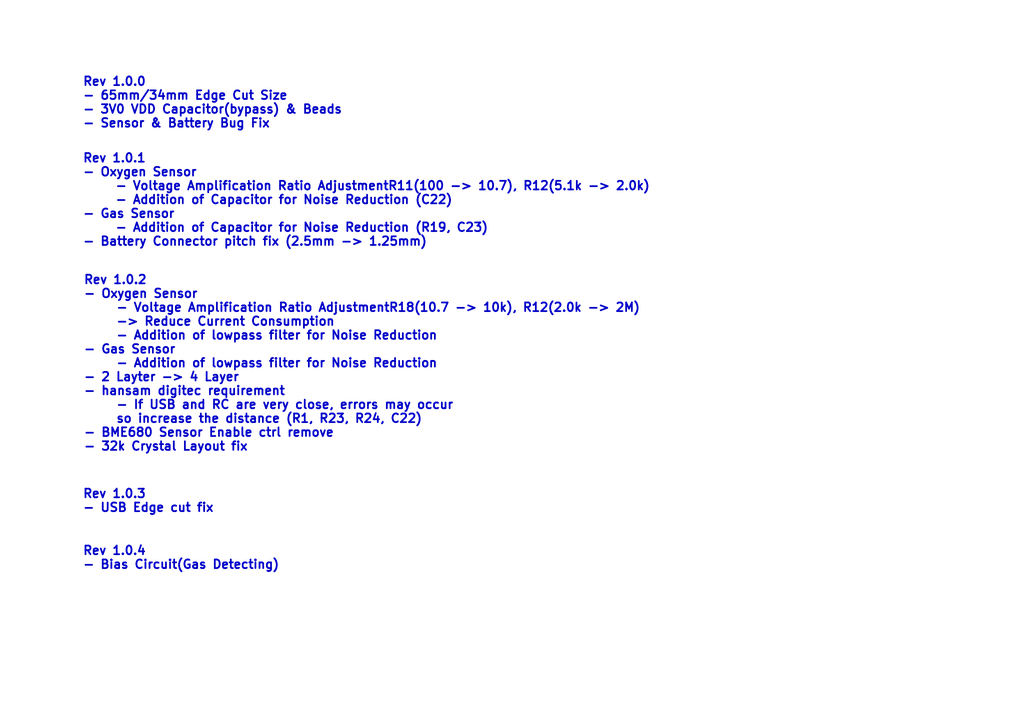
<source format=kicad_sch>
(kicad_sch
	(version 20231120)
	(generator "eeschema")
	(generator_version "8.0")
	(uuid "1b2a67bd-d204-4750-8105-3061b19d6315")
	(paper "A4")
	(lib_symbols)
	(text "Rev 1.0.2\n- Oxygen Sensor\n	- Voltage Amplification Ratio AdjustmentR18(10.7 -> 10k), R12(2.0k -> 2M)\n	-> Reduce Current Consumption\n	- Addition of lowpass filter for Noise Reduction\n- Gas Sensor\n	- Addition of lowpass filter for Noise Reduction\n- 2 Layter -> 4 Layer\n- hansam digitec requirement\n	- If USB and RC are very close, errors may occur\n	so increase the distance (R1, R23, R24, C22)\n- BME680 Sensor Enable ctrl remove\n- 32k Crystal Layout fix"
		(exclude_from_sim no)
		(at 24.13 131.064 0)
		(effects
			(font
				(size 2.5 2.5)
				(thickness 0.5)
				(bold yes)
			)
			(justify left bottom)
		)
		(uuid "171552ab-6c98-463e-b3ee-1d897c3738cd")
	)
	(text "Rev 1.0.3\n- USB Edge cut fix"
		(exclude_from_sim no)
		(at 23.876 148.844 0)
		(effects
			(font
				(size 2.5 2.5)
				(thickness 0.5)
				(bold yes)
			)
			(justify left bottom)
		)
		(uuid "55c5d3f7-5b5d-4a79-b313-d6fbcb46cda3")
	)
	(text "Rev 1.0.0\n- 65mm/34mm Edge Cut Size\n- 3V0 VDD Capacitor(bypass) & Beads\n- Sensor & Battery Bug Fix"
		(exclude_from_sim no)
		(at 23.876 37.338 0)
		(effects
			(font
				(size 2.5 2.5)
				(thickness 0.5)
				(bold yes)
			)
			(justify left bottom)
		)
		(uuid "68d80972-0262-4b34-a8a2-51b224fb7c8f")
	)
	(text "Rev 1.0.1\n- Oxygen Sensor\n	- Voltage Amplification Ratio AdjustmentR11(100 -> 10.7), R12(5.1k -> 2.0k)\n	- Addition of Capacitor for Noise Reduction (C22)\n- Gas Sensor\n	- Addition of Capacitor for Noise Reduction (R19, C23)\n- Battery Connector pitch fix (2.5mm -> 1.25mm)"
		(exclude_from_sim no)
		(at 23.876 71.628 0)
		(effects
			(font
				(size 2.5 2.5)
				(thickness 0.5)
				(bold yes)
			)
			(justify left bottom)
		)
		(uuid "75c9d492-48a5-4216-adf2-bd9108592169")
	)
	(text "Rev 1.0.4\n- Bias Circuit(Gas Detecting)"
		(exclude_from_sim no)
		(at 23.876 165.354 0)
		(effects
			(font
				(size 2.5 2.5)
				(thickness 0.5)
				(bold yes)
			)
			(justify left bottom)
		)
		(uuid "844385de-08e4-4bae-bed6-685cef34cf94")
	)
)

</source>
